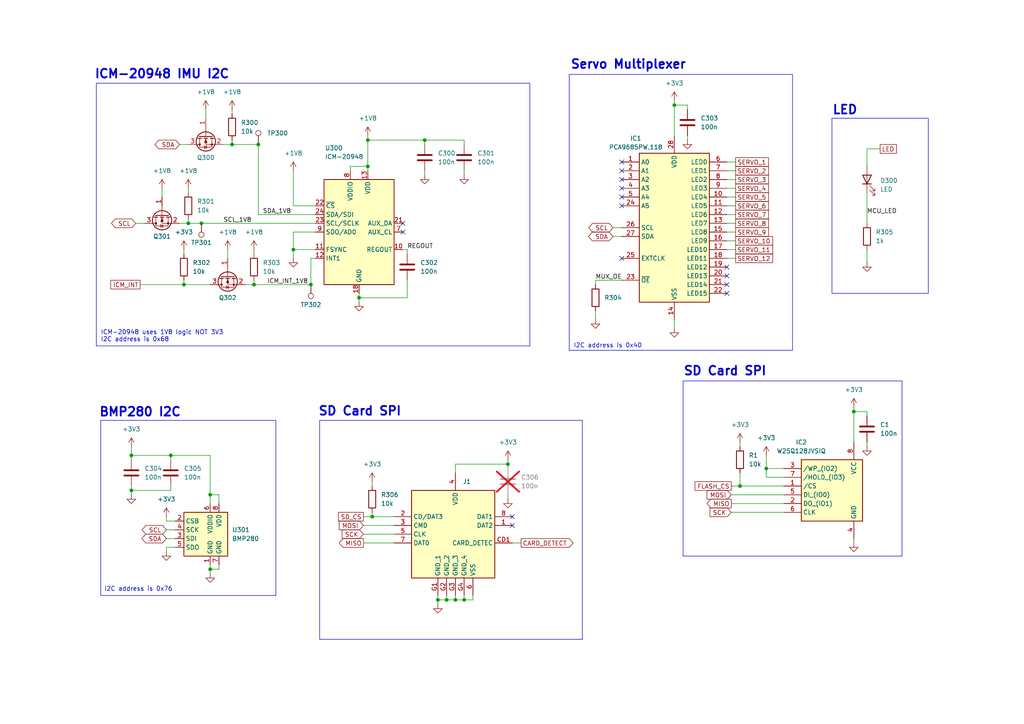
<source format=kicad_sch>
(kicad_sch (version 20250114) (generator "eeschema") (generator_version "9.0")
  (paper "A4")
  (title_block (title "Digital Peripherals") (date "17-05-2025") (rev "0.0.1"))
  (lib_symbols
    (symbol "Connector:TestPoint" (pin_numbers (hide yes)) (pin_names (offset 0.762) (hide yes))
      (property "Reference" "TP" (at 0 6.858 0))
      (property "Value" "TestPoint" (at 0 5.08 0))
      (symbol "TestPoint_0_1"
        (circle (center 0 3.302) (radius 0.762))
      )
      (symbol "TestPoint_1_1"
        (pin passive line (at 0 0 90) (length 2.54) (name "1") (number "1"))
      )
    )
    (symbol "Device:C" (pin_numbers (hide yes)) (pin_names (offset 0.254))
      (property "Reference" "C" (at 0.635 2.54 0))
      (property "Value" "C" (at 0.635 -2.54 0))
      (symbol "C_0_1"
        (polyline (pts (xy -2.032 0.762) (xy 2.032 0.762)) (stroke (width 0.508)))
        (polyline (pts (xy -2.032 -0.762) (xy 2.032 -0.762)) (stroke (width 0.508)))
      )
      (symbol "C_1_1"
        (pin passive line (at 0 3.81 270) (length 2.794) (name "~") (number "1"))
        (pin passive line (at 0 -3.81 90) (length 2.794) (name "~") (number "2"))
      )
    )
    (symbol "Device:LED" (pin_numbers (hide yes)) (pin_names (offset 1.016) (hide yes))
      (property "Reference" "D" (at 0 2.54 0))
      (property "Value" "LED" (at 0 -2.54 0))
      (symbol "LED_0_1"
        (polyline (pts (xy -3.048 -0.762) (xy -4.572 -2.286) (xy -3.81 -2.286) (xy -4.572 -2.286) (xy -4.572 -1.524)))
        (polyline (pts (xy -1.778 -0.762) (xy -3.302 -2.286) (xy -2.54 -2.286) (xy -3.302 -2.286) (xy -3.302 -1.524)))
        (polyline (pts (xy -1.27 0) (xy 1.27 0)))
        (polyline (pts (xy -1.27 -1.27) (xy -1.27 1.27)) (stroke (width 0.254)))
        (polyline (pts (xy 1.27 -1.27) (xy 1.27 1.27) (xy -1.27 0) (xy 1.27 -1.27)) (stroke (width 0.254)))
      )
      (symbol "LED_1_1"
        (pin passive line (at -3.81 0 0) (length 2.54) (name "K") (number "1"))
        (pin passive line (at 3.81 0 180) (length 2.54) (name "A") (number "2"))
      )
    )
    (symbol "Device:R" (pin_numbers (hide yes)) (pin_names (offset 0))
      (property "Reference" "R" (at 2.032 0 90))
      (property "Value" "R" (at 0 0 90))
      (symbol "R_0_1"
        (rectangle (start -1.016 -2.54) (end 1.016 2.54) (stroke (width 0.254)))
      )
      (symbol "R_1_1"
        (pin passive line (at 0 3.81 270) (length 1.27) (name "~") (number "1"))
        (pin passive line (at 0 -3.81 90) (length 1.27) (name "~") (number "2"))
      )
    )
    (symbol "PCA9685PW_118:PCA9685PW,118"
      (property "Reference" "IC" (at 26.67 7.62 0))
      (property "Value" "PCA9685PW,118" (at 26.67 5.08 0))
      (symbol "PCA9685PW,118_1_1"
        (rectangle (start 5.08 2.54) (end 25.4 -40.64) (stroke (width 0.254)) (fill (type background)))
        (pin passive line (at 0 0 0) (length 5.08) (name "A0") (number "1"))
        (pin passive line (at 0 -2.54 0) (length 5.08) (name "A1") (number "2"))
        (pin passive line (at 0 -5.08 0) (length 5.08) (name "A2") (number "3"))
        (pin passive line (at 0 -7.62 0) (length 5.08) (name "A3") (number "4"))
        (pin passive line (at 0 -10.16 0) (length 5.08) (name "A4") (number "5"))
        (pin passive line (at 0 -12.7 0) (length 5.08) (name "A5") (number "24"))
        (pin passive line (at 0 -19.05 0) (length 5.08) (name "SCL") (number "26"))
        (pin passive line (at 0 -21.59 0) (length 5.08) (name "SDA") (number "27"))
        (pin passive line (at 0 -27.94 0) (length 5.08) (name "EXTCLK") (number "25"))
        (pin passive line (at 0 -34.29 0) (length 5.08) (name "~{OE}") (number "23"))
        (pin passive line (at 15.24 7.62 270) (length 5.08) (name "VDD") (number "28"))
        (pin passive line (at 15.24 -45.72 90) (length 5.08) (name "VSS") (number "14"))
        (pin passive line (at 30.48 0 180) (length 5.08) (name "LED0") (number "6"))
        (pin passive line (at 30.48 -2.54 180) (length 5.08) (name "LED1") (number "7"))
        (pin passive line (at 30.48 -5.08 180) (length 5.08) (name "LED2") (number "8"))
        (pin passive line (at 30.48 -7.62 180) (length 5.08) (name "LED3") (number "9"))
        (pin passive line (at 30.48 -10.16 180) (length 5.08) (name "LED4") (number "10"))
        (pin passive line (at 30.48 -12.7 180) (length 5.08) (name "LED5") (number "11"))
        (pin passive line (at 30.48 -15.24 180) (length 5.08) (name "LED6") (number "12"))
        (pin passive line (at 30.48 -17.78 180) (length 5.08) (name "LED7") (number "13"))
        (pin passive line (at 30.48 -20.32 180) (length 5.08) (name "LED8") (number "15"))
        (pin passive line (at 30.48 -22.86 180) (length 5.08) (name "LED9") (number "16"))
        (pin passive line (at 30.48 -25.4 180) (length 5.08) (name "LED10") (number "17"))
        (pin passive line (at 30.48 -27.94 180) (length 5.08) (name "LED11") (number "18"))
        (pin passive line (at 30.48 -30.48 180) (length 5.08) (name "LED12") (number "19"))
        (pin passive line (at 30.48 -33.02 180) (length 5.08) (name "LED13") (number "20"))
        (pin passive line (at 30.48 -35.56 180) (length 5.08) (name "LED14") (number "21"))
        (pin passive line (at 30.48 -38.1 180) (length 5.08) (name "LED15") (number "22"))
      )
    )
    (symbol "Sensor_Motion:ICM-20948"
      (property "Reference" "U11" (at 3.81 21.844 0))
      (property "Value" "ICM-20948" (at 3.81 19.304 0))
      (symbol "ICM-20948_0_1"
        (rectangle (start -10.16 15.24) (end 10.16 -15.24) (stroke (width 0.254)) (fill (type background)))
      )
      (symbol "ICM-20948_1_1"
        (pin input line (at -12.7 7.62 0) (length 2.54) (name "~{CS}") (number "22"))
        (pin bidirectional line (at -12.7 5.08 0) (length 2.54) (name "SDA/SDI") (number "24"))
        (pin input line (at -12.7 2.54 0) (length 2.54) (name "SCL/SCLK") (number "23"))
        (pin bidirectional line (at -12.7 0 0) (length 2.54) (name "SDO/AD0") (number "9"))
        (pin input line (at -12.7 -5.08 0) (length 2.54) (name "FSYNC") (number "11"))
        (pin output line (at -12.7 -7.62 0) (length 2.54) (name "INT1") (number "12"))
        (pin no_connect line (at -10.16 12.7 0) (length 2.54) (hide yes) (name "NC") (number "1"))
        (pin no_connect line (at -10.16 10.16 0) (length 2.54) (hide yes) (name "NC") (number "2"))
        (pin no_connect line (at -10.16 -2.54 0) (length 2.54) (hide yes) (name "NC") (number "3"))
        (pin no_connect line (at -10.16 -10.16 0) (length 2.54) (hide yes) (name "NC") (number "4"))
        (pin no_connect line (at -10.16 -12.7 0) (length 2.54) (hide yes) (name "NC") (number "5"))
        (pin power_in line (at -2.54 17.78 270) (length 2.54) (name "VDDIO") (number "8"))
        (pin power_in line (at 0 -17.78 90) (length 2.54) (name "GND") (number "18"))
        (pin passive line (at 0 -17.78 90) (length 2.54) (hide yes) (name "GND") (number "20"))
        (pin power_in line (at 2.54 17.78 270) (length 2.54) (name "VDD") (number "13"))
        (pin no_connect line (at 10.16 10.16 180) (length 2.54) (hide yes) (name "NC") (number "6"))
        (pin no_connect line (at 10.16 7.62 180) (length 2.54) (hide yes) (name "NC") (number "14"))
        (pin no_connect line (at 10.16 5.08 180) (length 2.54) (hide yes) (name "NC") (number "15"))
        (pin no_connect line (at 10.16 -7.62 180) (length 2.54) (hide yes) (name "NC") (number "16"))
        (pin no_connect line (at 10.16 -10.16 180) (length 2.54) (hide yes) (name "NC") (number "17"))
        (pin no_connect line (at 10.16 -12.7 180) (length 2.54) (hide yes) (name "RESV") (number "19"))
        (pin bidirectional line (at 12.7 2.54 180) (length 2.54) (name "AUX_DA") (number "21"))
        (pin output line (at 12.7 0 180) (length 2.54) (name "AUX_CL") (number "7"))
        (pin passive line (at 12.7 -5.08 180) (length 2.54) (name "REGOUT") (number "10"))
      )
    )
    (symbol "Sensor_Pressure:BMP280"
      (property "Reference" "U301" (at 6.35 2.5401 0))
      (property "Value" "BMP280" (at 6.35 0.0001 0))
      (symbol "BMP280_0_1"
        (rectangle (start -7.62 -5.08) (end 5.08 7.62) (stroke (width 0.254)) (fill (type background)))
      )
      (symbol "BMP280_1_1"
        (pin input line (at -10.16 5.08 0) (length 2.54) (name "CSB") (number "2"))
        (pin input line (at -10.16 2.54 0) (length 2.54) (name "SCK") (number "4"))
        (pin bidirectional line (at -10.16 0 0) (length 2.54) (name "SDI") (number "3"))
        (pin bidirectional line (at -10.16 -2.54 0) (length 2.54) (name "SDO") (number "5"))
        (pin power_in line (at 0 10.16 270) (length 2.54) (name "VDDIO") (number "6"))
        (pin power_in line (at 0 -7.62 90) (length 2.54) (name "GND") (number "1"))
        (pin power_in line (at 2.54 10.16 270) (length 2.54) (name "VDD") (number "8"))
        (pin power_in line (at 2.54 -7.62 90) (length 2.54) (name "GND") (number "7"))
      )
    )
    (symbol "TF-CARD_H1_8:TF-CARD_H1.8"
      (property "Reference" "J300" (at 7.366 9.652 0))
      (symbol "TF-CARD_H1.8_1_1"
        (rectangle (start 5.08 7.62) (end 29.21 -17.78) (stroke (width 0.254)) (fill (type background)))
        (pin passive line (at 0 0 0) (length 5.08) (name "CD/DAT3") (number "2"))
        (pin passive line (at 0 -2.54 0) (length 5.08) (name "CMD") (number "3"))
        (pin passive line (at 0 -5.08 0) (length 5.08) (name "CLK") (number "5"))
        (pin passive line (at 0 -7.62 0) (length 5.08) (name "DAT0") (number "7"))
        (pin passive line (at 12.7 -22.86 90) (length 5.08) (name "GND_1") (number "G1"))
        (pin passive line (at 15.24 -22.86 90) (length 5.08) (name "GND_2") (number "G2"))
        (pin passive line (at 17.78 12.7 270) (length 5.08) (name "VDD") (number "4"))
        (pin passive line (at 17.78 -22.86 90) (length 5.08) (name "GND_3") (number "G3"))
        (pin passive line (at 20.32 -22.86 90) (length 5.08) (name "GND_4") (number "G4"))
        (pin passive line (at 22.86 -22.86 90) (length 5.08) (name "VSS") (number "6"))
        (pin passive line (at 34.29 0 180) (length 5.08) (name "DAT1") (number "8"))
        (pin passive line (at 34.29 -2.54 180) (length 5.08) (name "DAT2") (number "1"))
        (pin passive line (at 34.29 -7.62 180) (length 5.08) (name "CARD_DETEC") (number "CD1"))
      )
    )
    (symbol "Transistor_FET:BSS138" (pin_names (hide yes))
      (property "Reference" "Q" (at 5.08 1.905 0))
      (property "Value" "BSS138" (at 5.08 0 0))
      (symbol "BSS138_0_1"
        (polyline (pts (xy 0.254 1.905) (xy 0.254 -1.905)) (stroke (width 0.254)))
        (polyline (pts (xy 0.254 0) (xy -2.54 0)))
        (polyline (pts (xy 0.762 2.286) (xy 0.762 1.27)) (stroke (width 0.254)))
        (polyline (pts (xy 0.762 0.508) (xy 0.762 -0.508)) (stroke (width 0.254)))
        (polyline (pts (xy 0.762 -1.27) (xy 0.762 -2.286)) (stroke (width 0.254)))
        (polyline (pts (xy 0.762 -1.778) (xy 3.302 -1.778) (xy 3.302 1.778) (xy 0.762 1.778)))
        (polyline (pts (xy 1.016 0) (xy 2.032 0.381) (xy 2.032 -0.381) (xy 1.016 0)) (fill (type outline)))
        (circle (center 1.651 0) (radius 2.794) (stroke (width 0.254)))
        (polyline (pts (xy 2.54 2.54) (xy 2.54 1.778)))
        (circle (center 2.54 1.778) (radius 0.254) (fill (type outline)))
        (circle (center 2.54 -1.778) (radius 0.254) (fill (type outline)))
        (polyline (pts (xy 2.54 -2.54) (xy 2.54 0) (xy 0.762 0)))
        (polyline (pts (xy 2.794 0.508) (xy 2.921 0.381) (xy 3.683 0.381) (xy 3.81 0.254)))
        (polyline (pts (xy 3.302 0.381) (xy 2.921 -0.254) (xy 3.683 -0.254) (xy 3.302 0.381)))
      )
      (symbol "BSS138_1_1"
        (pin input line (at -5.08 0 0) (length 2.54) (name "G") (number "1"))
        (pin passive line (at 2.54 5.08 270) (length 2.54) (name "D") (number "3"))
        (pin passive line (at 2.54 -5.08 90) (length 2.54) (name "S") (number "2"))
      )
    )
    (symbol "W25Q128JVSIQ:W25Q128JVSIQ"
      (property "Reference" "IC" (at 2.54 7.62 0))
      (property "Value" "W25Q128JVSIQ" (at 2.54 5.08 0))
      (symbol "W25Q128JVSIQ_1_1"
        (rectangle (start 5.08 2.54) (end 22.86 -15.24) (stroke (width 0.254)) (fill (type background)))
        (pin passive line (at 0 0 0) (length 5.08) (name "/WP_(IO2)") (number "3"))
        (pin passive line (at 0 -2.54 0) (length 5.08) (name "/HOLD_(IO3)") (number "7"))
        (pin passive line (at 0 -5.08 0) (length 5.08) (name "/CS") (number "1"))
        (pin passive line (at 0 -7.62 0) (length 5.08) (name "DI_(IO0)") (number "5"))
        (pin passive line (at 0 -10.16 0) (length 5.08) (name "DO_(IO1)") (number "2"))
        (pin passive line (at 0 -12.7 0) (length 5.08) (name "CLK") (number "6"))
        (pin passive line (at 20.32 7.62 270) (length 5.08) (name "VCC") (number "8"))
        (pin passive line (at 20.32 -20.32 90) (length 5.08) (name "GND") (number "4"))
      )
    )
    (symbol "power:+1V8" (power) (pin_numbers (hide yes)) (pin_names (offset 0) (hide yes))
      (property "Value" "+1V8" (at 0 3.556 0))
      (symbol "+1V8_0_1"
        (polyline (pts (xy -0.762 1.27) (xy 0 2.54)))
        (polyline (pts (xy 0 2.54) (xy 0.762 1.27)))
        (polyline (pts (xy 0 0) (xy 0 2.54)))
      )
      (symbol "+1V8_1_1"
        (pin power_in line (at 0 0 90) (length 0) (name "~") (number "1"))
      )
    )
    (symbol "power:+3V3" (power) (pin_numbers (hide yes)) (pin_names (offset 0) (hide yes))
      (property "Value" "+3V3" (at 0 3.556 0))
      (symbol "+3V3_0_1"
        (polyline (pts (xy -0.762 1.27) (xy 0 2.54)))
        (polyline (pts (xy 0 2.54) (xy 0.762 1.27)))
        (polyline (pts (xy 0 0) (xy 0 2.54)))
      )
      (symbol "+3V3_1_1"
        (pin power_in line (at 0 0 90) (length 0) (name "~") (number "1"))
      )
    )
    (symbol "power:GND" (power) (pin_numbers (hide yes)) (pin_names (offset 0) (hide yes))
      (property "Value" "GND" (at 0 -3.81 0))
      (symbol "GND_0_1"
        (polyline (pts (xy 0 0) (xy 0 -1.27) (xy 1.27 -1.27) (xy 0 -2.54) (xy -1.27 -1.27) (xy 0 -1.27)))
      )
      (symbol "GND_1_1"
        (pin power_in line (at 0 0 270) (length 0) (name "~") (number "1"))
      )
    )
  )
  (rectangle (start 92.71 121.92) (end 168.91 185.42))
  (rectangle (start 29.21 121.92) (end 80.01 172.72))
  (rectangle (start 198.12 110.49) (end 261.62 161.29))
  (rectangle (start 27.94 24.13) (end 153.67 100.33))
  (rectangle (start 165.1 21.59) (end 229.87 101.6))
  (rectangle (start 241.3 34.29) (end 269.24 85.09))
  (text "SD Card SPI" (at 198.12 109.22 0) (effects (font (size 2.54 2.54) (thickness 0.508) (bold yes)) (justify left bottom)))
  (text "I2C address is 0x40" (at 166.37 100.33 0) (effects (font (size 1.27 1.27)) (justify left)))
  (text "I2C address is 0x76" (at 30.226 170.942 0) (effects (font (size 1.27 1.27)) (justify left)))
  (text "BMP280 I2C\n" (at 40.64 119.634 0) (effects (font (size 2.54 2.54) (thickness 0.508) (bold yes))))
  (text "SD Card SPI" (at 104.394 119.38 0) (effects (font (size 2.54 2.54) (thickness 0.508) (bold yes))))
  (text "ICM-20948 IMU I2C" (at 46.99 21.59 0) (effects (font (size 2.54 2.54) (thickness 0.508) (bold yes))))
  (text "Servo Multiplexer\n" (at 165.354 18.796 0) (effects (font (size 2.54 2.54) (thickness 0.508) (bold yes)) (justify left)))
  (text "ICM-20948 uses 1V8 logic NOT 3V3\nI2C address is 0x68" (at 29.21 97.536 0) (effects (font (size 1.27 1.27) (thickness 0.1588)) (justify left)))
  (text "LED" (at 241.3 32.004 0) (effects (font (size 2.54 2.54) (thickness 0.508) (bold yes)) (justify left)))
  (junction (at 195.58 30.48))
  (junction (at 127 173.99))
  (junction (at 123.19 40.64))
  (junction (at 222.25 135.89))
  (junction (at 53.34 82.55))
  (junction (at 38.1 142.24))
  (junction (at 85.09 72.39))
  (junction (at 58.42 64.77))
  (junction (at 104.14 86.36))
  (junction (at 106.68 40.64))
  (junction (at 107.95 149.86))
  (junction (at 73.66 82.55))
  (junction (at 49.53 132.08))
  (junction (at 106.68 48.26))
  (junction (at 147.32 134.62))
  (junction (at 129.54 173.99))
  (junction (at 247.65 119.38))
  (junction (at 38.1 132.08))
  (junction (at 67.31 41.91))
  (junction (at 74.93 41.91))
  (junction (at 214.63 140.97))
  (junction (at 132.08 173.99))
  (junction (at 134.62 173.99))
  (junction (at 60.96 143.51))
  (junction (at 54.61 64.77))
  (junction (at 60.96 165.1))
  (junction (at 90.17 82.55))
  (no_connect (at 210.82 77.47))
  (no_connect (at 210.82 85.09))
  (no_connect (at 180.34 54.61))
  (no_connect (at 180.34 57.15))
  (no_connect (at 180.34 49.53))
  (no_connect (at 180.34 52.07))
  (no_connect (at 148.59 149.86))
  (no_connect (at 180.34 46.99))
  (no_connect (at 210.82 82.55))
  (no_connect (at 210.82 80.01))
  (no_connect (at 148.59 152.4))
  (no_connect (at 116.84 67.31))
  (no_connect (at 116.84 64.77))
  (no_connect (at 180.34 59.69))
  (no_connect (at 180.34 74.93))
  (wire (pts (xy 63.5 143.51) (xy 63.5 146.05)))
  (wire (pts (xy 91.44 59.69) (xy 85.09 59.69)))
  (wire (pts (xy 39.37 64.77) (xy 41.91 64.77)))
  (wire (pts (xy 48.26 158.75) (xy 50.8 158.75)))
  (wire (pts (xy 177.8 68.58) (xy 180.34 68.58)))
  (wire (pts (xy 38.1 129.54) (xy 38.1 132.08)))
  (wire (pts (xy 48.26 151.13) (xy 48.26 149.86)))
  (wire (pts (xy 212.09 148.59) (xy 227.33 148.59)))
  (wire (pts (xy 127 173.99) (xy 129.54 173.99)))
  (wire (pts (xy 73.66 72.39) (xy 73.66 73.66)))
  (wire (pts (xy 247.65 119.38) (xy 247.65 128.27)))
  (wire (pts (xy 132.08 173.99) (xy 134.62 173.99)))
  (wire (pts (xy 38.1 132.08) (xy 49.53 132.08)))
  (wire (pts (xy 147.32 134.62) (xy 147.32 135.89)))
  (wire (pts (xy 222.25 138.43) (xy 222.25 135.89)))
  (wire (pts (xy 85.09 74.93) (xy 85.09 72.39)))
  (wire (pts (xy 101.6 48.26) (xy 101.6 49.53)))
  (wire (pts (xy 172.72 82.55) (xy 172.72 81.28)))
  (wire (pts (xy 210.82 59.69) (xy 213.36 59.69)))
  (wire (pts (xy 50.8 151.13) (xy 48.26 151.13)))
  (wire (pts (xy 67.31 31.75) (xy 67.31 33.02)))
  (wire (pts (xy 38.1 142.24) (xy 49.53 142.24)))
  (wire (pts (xy 106.68 40.64) (xy 106.68 48.26)))
  (wire (pts (xy 137.16 173.99) (xy 137.16 172.72)))
  (wire (pts (xy 74.93 62.23) (xy 91.44 62.23)))
  (wire (pts (xy 199.39 39.37) (xy 199.39 40.64)))
  (wire (pts (xy 118.11 72.39) (xy 116.84 72.39)))
  (wire (pts (xy 118.11 81.28) (xy 118.11 86.36)))
  (wire (pts (xy 251.46 119.38) (xy 251.46 120.65)))
  (wire (pts (xy 123.19 40.64) (xy 134.62 40.64)))
  (wire (pts (xy 105.41 152.4) (xy 114.3 152.4)))
  (wire (pts (xy 73.66 82.55) (xy 90.17 82.55)))
  (wire (pts (xy 53.34 82.55) (xy 60.96 82.55)))
  (wire (pts (xy 38.1 140.97) (xy 38.1 142.24)))
  (wire (pts (xy 210.82 64.77) (xy 213.36 64.77)))
  (wire (pts (xy 210.82 72.39) (xy 213.36 72.39)))
  (wire (pts (xy 48.26 156.21) (xy 50.8 156.21)))
  (wire (pts (xy 134.62 173.99) (xy 137.16 173.99)))
  (wire (pts (xy 63.5 165.1) (xy 63.5 163.83)))
  (wire (pts (xy 104.14 85.09) (xy 104.14 86.36)))
  (wire (pts (xy 67.31 40.64) (xy 67.31 41.91)))
  (wire (pts (xy 251.46 128.27) (xy 251.46 129.54)))
  (wire (pts (xy 105.41 157.48) (xy 114.3 157.48)))
  (wire (pts (xy 247.65 118.11) (xy 247.65 119.38)))
  (wire (pts (xy 48.26 153.67) (xy 50.8 153.67)))
  (wire (pts (xy 195.58 30.48) (xy 199.39 30.48)))
  (wire (pts (xy 212.09 146.05) (xy 227.33 146.05)))
  (wire (pts (xy 54.61 54.61) (xy 54.61 55.88)))
  (wire (pts (xy 251.46 43.18) (xy 255.27 43.18)))
  (wire (pts (xy 247.65 119.38) (xy 251.46 119.38)))
  (wire (pts (xy 132.08 134.62) (xy 147.32 134.62)))
  (wire (pts (xy 38.1 142.24) (xy 38.1 143.51)))
  (wire (pts (xy 210.82 62.23) (xy 213.36 62.23)))
  (wire (pts (xy 251.46 43.18) (xy 251.46 48.26)))
  (wire (pts (xy 227.33 138.43) (xy 222.25 138.43)))
  (wire (pts (xy 123.19 49.53) (xy 123.19 50.8)))
  (wire (pts (xy 60.96 165.1) (xy 63.5 165.1)))
  (wire (pts (xy 85.09 67.31) (xy 91.44 67.31)))
  (wire (pts (xy 134.62 172.72) (xy 134.62 173.99)))
  (wire (pts (xy 251.46 72.39) (xy 251.46 76.2)))
  (wire (pts (xy 54.61 63.5) (xy 54.61 64.77)))
  (wire (pts (xy 195.58 92.71) (xy 195.58 95.25)))
  (wire (pts (xy 222.25 132.08) (xy 222.25 135.89)))
  (wire (pts (xy 49.53 132.08) (xy 60.96 132.08)))
  (wire (pts (xy 134.62 40.64) (xy 134.62 41.91)))
  (wire (pts (xy 107.95 148.59) (xy 107.95 149.86)))
  (wire (pts (xy 66.04 72.39) (xy 66.04 74.93)))
  (wire (pts (xy 60.96 132.08) (xy 60.96 143.51)))
  (wire (pts (xy 74.93 41.91) (xy 74.93 62.23)))
  (wire (pts (xy 58.42 64.77) (xy 91.44 64.77)))
  (wire (pts (xy 106.68 48.26) (xy 106.68 49.53)))
  (wire (pts (xy 177.8 66.04) (xy 180.34 66.04)))
  (wire (pts (xy 210.82 57.15) (xy 213.36 57.15)))
  (wire (pts (xy 199.39 30.48) (xy 199.39 31.75)))
  (wire (pts (xy 107.95 139.7) (xy 107.95 140.97)))
  (wire (pts (xy 214.63 137.16) (xy 214.63 140.97)))
  (wire (pts (xy 132.08 134.62) (xy 132.08 137.16)))
  (wire (pts (xy 147.32 143.51) (xy 147.32 144.78)))
  (wire (pts (xy 49.53 142.24) (xy 49.53 140.97)))
  (wire (pts (xy 60.96 143.51) (xy 63.5 143.51)))
  (wire (pts (xy 129.54 173.99) (xy 132.08 173.99)))
  (wire (pts (xy 214.63 128.27) (xy 214.63 129.54)))
  (wire (pts (xy 90.17 74.93) (xy 91.44 74.93)))
  (wire (pts (xy 71.12 82.55) (xy 73.66 82.55)))
  (wire (pts (xy 48.26 160.02) (xy 48.26 158.75)))
  (wire (pts (xy 60.96 143.51) (xy 60.96 146.05)))
  (wire (pts (xy 118.11 86.36) (xy 104.14 86.36)))
  (wire (pts (xy 210.82 46.99) (xy 213.36 46.99)))
  (wire (pts (xy 172.72 81.28) (xy 180.34 81.28)))
  (wire (pts (xy 106.68 39.37) (xy 106.68 40.64)))
  (wire (pts (xy 134.62 49.53) (xy 134.62 50.8)))
  (wire (pts (xy 123.19 40.64) (xy 123.19 41.91)))
  (wire (pts (xy 59.69 31.75) (xy 59.69 34.29)))
  (wire (pts (xy 127 173.99) (xy 127 175.26)))
  (wire (pts (xy 40.64 82.55) (xy 53.34 82.55)))
  (wire (pts (xy 60.96 165.1) (xy 60.96 166.37)))
  (wire (pts (xy 210.82 74.93) (xy 213.36 74.93)))
  (wire (pts (xy 195.58 30.48) (xy 195.58 39.37)))
  (wire (pts (xy 247.65 157.48) (xy 247.65 156.21)))
  (wire (pts (xy 214.63 140.97) (xy 227.33 140.97)))
  (wire (pts (xy 212.09 140.97) (xy 214.63 140.97)))
  (wire (pts (xy 251.46 55.88) (xy 251.46 64.77)))
  (wire (pts (xy 106.68 40.64) (xy 123.19 40.64)))
  (wire (pts (xy 210.82 67.31) (xy 213.36 67.31)))
  (wire (pts (xy 38.1 132.08) (xy 38.1 133.35)))
  (wire (pts (xy 67.31 41.91) (xy 74.93 41.91)))
  (wire (pts (xy 210.82 49.53) (xy 213.36 49.53)))
  (wire (pts (xy 212.09 143.51) (xy 227.33 143.51)))
  (wire (pts (xy 53.34 81.28) (xy 53.34 82.55)))
  (wire (pts (xy 53.34 72.39) (xy 53.34 73.66)))
  (wire (pts (xy 85.09 72.39) (xy 91.44 72.39)))
  (wire (pts (xy 210.82 52.07) (xy 213.36 52.07)))
  (wire (pts (xy 172.72 90.17) (xy 172.72 92.71)))
  (wire (pts (xy 107.95 149.86) (xy 114.3 149.86)))
  (wire (pts (xy 54.61 64.77) (xy 58.42 64.77)))
  (wire (pts (xy 118.11 73.66) (xy 118.11 72.39)))
  (wire (pts (xy 52.07 41.91) (xy 54.61 41.91)))
  (wire (pts (xy 147.32 133.35) (xy 147.32 134.62)))
  (wire (pts (xy 210.82 69.85) (xy 213.36 69.85)))
  (wire (pts (xy 104.14 86.36) (xy 104.14 87.63)))
  (wire (pts (xy 46.99 54.61) (xy 46.99 57.15)))
  (wire (pts (xy 52.07 64.77) (xy 54.61 64.77)))
  (wire (pts (xy 85.09 67.31) (xy 85.09 72.39)))
  (wire (pts (xy 85.09 49.53) (xy 85.09 59.69)))
  (wire (pts (xy 105.41 154.94) (xy 114.3 154.94)))
  (wire (pts (xy 105.41 149.86) (xy 107.95 149.86)))
  (wire (pts (xy 129.54 172.72) (xy 129.54 173.99)))
  (wire (pts (xy 132.08 172.72) (xy 132.08 173.99)))
  (wire (pts (xy 60.96 163.83) (xy 60.96 165.1)))
  (wire (pts (xy 49.53 132.08) (xy 49.53 133.35)))
  (wire (pts (xy 210.82 54.61) (xy 213.36 54.61)))
  (wire (pts (xy 73.66 81.28) (xy 73.66 82.55)))
  (wire (pts (xy 127 172.72) (xy 127 173.99)))
  (wire (pts (xy 90.17 82.55) (xy 90.17 74.93)))
  (wire (pts (xy 195.58 29.21) (xy 195.58 30.48)))
  (wire (pts (xy 151.13 157.48) (xy 148.59 157.48)))
  (wire (pts (xy 222.25 135.89) (xy 227.33 135.89)))
  (wire (pts (xy 64.77 41.91) (xy 67.31 41.91)))
  (wire (pts (xy 106.68 48.26) (xy 101.6 48.26)))
  (label "SCL_1V8" (at 64.77 64.77 0))
  (label "SDA_1V8" (at 76.2 62.23 0))
  (label "MCU_LED" (at 251.46 62.23 0))
  (label "REGOUT" (at 118.11 72.39 0))
  (label "ICM_INT_1V8" (at 77.47 82.55 0))
  (label "MUX_OE" (at 172.72 81.28 0))
  (global_label "LED" (shape passive) (at 255.27 43.18 0) (property "Intersheetrefs" "${INTERSHEET_REFS}" (effects (hide yes))))
  (global_label "SCK" (shape input) (at 212.09 148.59 180) (property "Intersheetrefs" "${INTERSHEET_REFS}" (effects (hide yes))))
  (global_label "SERVO_9" (shape passive) (at 213.36 67.31 0) (property "Intersheetrefs" "${INTERSHEET_REFS}" (effects (hide yes))))
  (global_label "MOSI" (shape input) (at 105.41 152.4 180) (property "Intersheetrefs" "${INTERSHEET_REFS}" (effects (hide yes))))
  (global_label "MISO" (shape output) (at 212.09 146.05 180) (property "Intersheetrefs" "${INTERSHEET_REFS}" (effects (hide yes))))
  (global_label "SERVO_10" (shape passive) (at 213.36 69.85 0) (property "Intersheetrefs" "${INTERSHEET_REFS}" (effects (hide yes))))
  (global_label "MOSI" (shape input) (at 212.09 143.51 180) (property "Intersheetrefs" "${INTERSHEET_REFS}" (effects (hide yes))))
  (global_label "SCL" (shape bidirectional) (at 48.26 153.67 180) (property "Intersheetrefs" "${INTERSHEET_REFS}" (effects (hide yes))))
  (global_label "SERVO_12" (shape passive) (at 213.36 74.93 0) (property "Intersheetrefs" "${INTERSHEET_REFS}" (effects (hide yes))))
  (global_label "SERVO_6" (shape passive) (at 213.36 59.69 0) (property "Intersheetrefs" "${INTERSHEET_REFS}" (effects (hide yes))))
  (global_label "SERVO_1" (shape passive) (at 213.36 46.99 0) (property "Intersheetrefs" "${INTERSHEET_REFS}" (effects (hide yes))))
  (global_label "SERVO_7" (shape passive) (at 213.36 62.23 0) (property "Intersheetrefs" "${INTERSHEET_REFS}" (effects (hide yes))))
  (global_label "SERVO_2" (shape passive) (at 213.36 49.53 0) (property "Intersheetrefs" "${INTERSHEET_REFS}" (effects (hide yes))))
  (global_label "SDA" (shape bidirectional) (at 48.26 156.21 180) (property "Intersheetrefs" "${INTERSHEET_REFS}" (effects (hide yes))))
  (global_label "SD_CS" (shape passive) (at 105.41 149.86 180) (property "Intersheetrefs" "${INTERSHEET_REFS}" (effects (hide yes))))
  (global_label "CARD_DETECT" (shape output) (at 151.13 157.48 0) (property "Intersheetrefs" "${INTERSHEET_REFS}" (effects (hide yes))))
  (global_label "ICM_INT" (shape passive) (at 40.64 82.55 180) (property "Intersheetrefs" "${INTERSHEET_REFS}" (effects (hide yes))))
  (global_label "SCL" (shape bidirectional) (at 39.37 64.77 180) (property "Intersheetrefs" "${INTERSHEET_REFS}" (effects (hide yes))))
  (global_label "SCK" (shape input) (at 105.41 154.94 180) (property "Intersheetrefs" "${INTERSHEET_REFS}" (effects (hide yes))))
  (global_label "SERVO_5" (shape passive) (at 213.36 57.15 0) (property "Intersheetrefs" "${INTERSHEET_REFS}" (effects (hide yes))))
  (global_label "MISO" (shape output) (at 105.41 157.48 180) (property "Intersheetrefs" "${INTERSHEET_REFS}" (effects (hide yes))))
  (global_label "SDA" (shape bidirectional) (at 52.07 41.91 180) (property "Intersheetrefs" "${INTERSHEET_REFS}" (effects (hide yes))))
  (global_label "SCL" (shape bidirectional) (at 177.8 66.04 180) (property "Intersheetrefs" "${INTERSHEET_REFS}" (effects (hide yes))))
  (global_label "FLASH_CS" (shape passive) (at 212.09 140.97 180) (property "Intersheetrefs" "${INTERSHEET_REFS}" (effects (hide yes))))
  (global_label "SERVO_3" (shape passive) (at 213.36 52.07 0) (property "Intersheetrefs" "${INTERSHEET_REFS}" (effects (hide yes))))
  (global_label "SERVO_4" (shape passive) (at 213.36 54.61 0) (property "Intersheetrefs" "${INTERSHEET_REFS}" (effects (hide yes))))
  (global_label "SDA" (shape bidirectional) (at 177.8 68.58 180) (property "Intersheetrefs" "${INTERSHEET_REFS}" (effects (hide yes))))
  (global_label "SERVO_8" (shape passive) (at 213.36 64.77 0) (property "Intersheetrefs" "${INTERSHEET_REFS}" (effects (hide yes))))
  (global_label "SERVO_11" (shape passive) (at 213.36 72.39 0) (property "Intersheetrefs" "${INTERSHEET_REFS}" (effects (hide yes))))
  (symbol (lib_id "power:+3V3") (at 48.26 149.86 0) (unit 1)
    (property "Reference" "#PWR0158" (effects (hide yes)))
    (property "Value" "+3V3" (at 48.26 144.78 0))
    (property "Description" "Power symbol creates a global label with name \"+3V3\"" (effects (hide yes)))
  )
  (symbol (lib_id "Device:R") (at 67.31 36.83 180) (unit 1)
    (property "Reference" "R300" (at 69.85 35.5599 0) (effects (justify right)))
    (property "Value" "10k" (at 69.85 38.0999 0) (effects (justify right)))
    (property "Footprint" "Resistor_SMD:R_0402_1005Metric" (effects (hide yes)))
    (property "Description" "Resistor" (effects (hide yes)))
  )
  (symbol (lib_id "power:+1V8") (at 85.09 49.53 0) (unit 1)
    (property "Reference" "#PWR0176" (effects (hide yes)))
    (property "Value" "+1V8" (at 85.09 44.45 0))
    (property "Description" "Power symbol creates a global label with name \"+1V8\"" (effects (hide yes)))
  )
  (symbol (lib_id "power:GND") (at 127 175.26 0) (unit 1)
    (property "Reference" "#PWR0132" (effects (hide yes)))
    (property "Value" "GND" (effects (hide yes)))
    (property "Description" "Power symbol creates a global label with name \"GND\" , ground" (effects (hide yes)))
  )
  (symbol (lib_id "power:+1V8") (at 59.69 31.75 0) (unit 1)
    (property "Reference" "#PWR0161" (effects (hide yes)))
    (property "Value" "+1V8" (at 59.69 26.67 0))
    (property "Description" "Power symbol creates a global label with name \"+1V8\"" (effects (hide yes)))
  )
  (symbol (lib_id "power:GND") (at 172.72 92.71 0) (unit 1)
    (property "Reference" "#PWR06" (effects (hide yes)))
    (property "Value" "GND" (effects (hide yes)))
    (property "Description" "Power symbol creates a global label with name \"GND\" , ground" (effects (hide yes)))
  )
  (symbol (lib_id "Connector:TestPoint") (at 74.93 41.91 0) (unit 1)
    (property "Reference" "TP300" (at 77.47 38.6079 0) (effects (justify left)))
    (property "Value" "TestPoint" (effects (hide yes)))
    (property "Footprint" "TestPoint:TestPoint_Pad_D1.0mm" (effects (hide yes)))
    (property "Description" "test point" (effects (hide yes)))
  )
  (symbol (lib_id "power:GND") (at 48.26 160.02 0) (unit 1)
    (property "Reference" "#PWR0152" (effects (hide yes)))
    (property "Value" "GND" (effects (hide yes)))
    (property "Description" "Power symbol creates a global label with name \"GND\" , ground" (effects (hide yes)))
  )
  (symbol (lib_id "power:+3V3") (at 195.58 29.21 0) (unit 1)
    (property "Reference" "#PWR09" (effects (hide yes)))
    (property "Value" "+3V3" (at 195.58 24.13 0))
    (property "Description" "Power symbol creates a global label with name \"+3V3\"" (effects (hide yes)))
  )
  (symbol (lib_id "power:+1V8") (at 106.68 39.37 0) (unit 1)
    (property "Reference" "#PWR0159" (effects (hide yes)))
    (property "Value" "+1V8" (at 106.68 34.29 0))
    (property "Description" "Power symbol creates a global label with name \"+1V8\"" (effects (hide yes)))
  )
  (symbol (lib_id "power:+3V3") (at 38.1 129.54 0) (unit 1)
    (property "Reference" "#PWR0150" (effects (hide yes)))
    (property "Value" "+3V3" (at 38.1 124.46 0))
    (property "Description" "Power symbol creates a global label with name \"+3V3\"" (effects (hide yes)))
  )
  (symbol (lib_id "power:GND") (at 247.65 157.48 0) (unit 1)
    (property "Reference" "#PWR053" (effects (hide yes)))
    (property "Value" "GND" (effects (hide yes)))
    (property "Description" "Power symbol creates a global label with name \"GND\" , ground" (effects (hide yes)))
  )
  (symbol (lib_id "power:GND") (at 195.58 95.25 0) (unit 1)
    (property "Reference" "#PWR08" (effects (hide yes)))
    (property "Value" "GND" (effects (hide yes)))
    (property "Description" "Power symbol creates a global label with name \"GND\" , ground" (effects (hide yes)))
  )
  (symbol (lib_id "W25Q128JVSIQ:W25Q128JVSIQ") (at 227.33 135.89 0) (unit 1)
    (property "Reference" "IC2" (at 232.41 128.27 0))
    (property "Value" "W25Q128JVSIQ" (at 232.41 130.81 0))
    (property "Footprint" "SOIC127P790X216-8N" (effects (hide yes)))
    (property "Datasheet" "https://www.winbond.com/hq/search-resource-file.jsp?partNo=W25Q128JVSIQ&type=datasheet" (effects (hide yes)))
    (property "Description" "128M-bit Serial Flash Memory with uniform 4KB sectors and Dual/Quad SPI" (effects (hide yes)))
    (property "Height" "2.16" (effects (hide yes)))
    (property "Manufacturer_Name" "Winbond" (effects (hide yes)))
    (property "Manufacturer_Part_Number" "W25Q128JVSIQ" (effects (hide yes)))
    (property "Mouser Part Number" "454-W25Q128JVSIQ" (effects (hide yes)))
    (property "Mouser Price/Stock" "https://www.mouser.co.uk/ProductDetail/Winbond/W25Q128JVSIQ?qs=qSfuJ%252Bfl%2Fd6tLXvPR4fl9w%3D%3D" (effects (hide yes)))
    (property "Arrow Part Number" "W25Q128JVSIQ" (effects (hide yes)))
    (property "Arrow Price/Stock" "https://www.arrow.com/en/products/w25q128jvsiq/winbond-electronics?utm_currency=USD&region=nac" (effects (hide yes)))
  )
  (symbol (lib_id "power:+3V3") (at 107.95 139.7 0) (unit 1)
    (property "Reference" "#PWR0133" (effects (hide yes)))
    (property "Value" "+3V3" (at 107.95 134.62 0))
    (property "Description" "Power symbol creates a global label with name \"+3V3\"" (effects (hide yes)))
  )
  (symbol (lib_id "Sensor_Pressure:BMP280") (at 60.96 156.21 0) (unit 1)
    (property "Reference" "U301" (at 67.31 153.6699 0) (effects (justify left)))
    (property "Value" "BMP280" (at 67.31 156.2099 0) (effects (justify left)))
    (property "Footprint" "Package_LGA:Bosch_LGA-8_2x2.5mm_P0.65mm_ClockwisePinNumbering" (effects (hide yes)))
    (property "Datasheet" "https://ae-bst.resource.bosch.com/media/_tech/media/datasheets/BST-BMP280-DS001.pdf" (effects (hide yes)))
    (property "Description" "Absolute Barometric Pressure Sensor, LGA-8" (effects (hide yes)))
  )
  (symbol (lib_id "power:GND") (at 251.46 129.54 0) (unit 1)
    (property "Reference" "#PWR055" (effects (hide yes)))
    (property "Value" "GND" (effects (hide yes)))
    (property "Description" "Power symbol creates a global label with name \"GND\" , ground" (effects (hide yes)))
  )
  (symbol (lib_id "Device:C") (at 123.19 45.72 0) (unit 1)
    (property "Reference" "C300" (at 127 44.4499 0) (effects (justify left)))
    (property "Value" "100n" (at 127 46.9899 0) (effects (justify left)))
    (property "Footprint" "Capacitor_SMD:C_0402_1005Metric" (effects (hide yes)))
    (property "Description" "Unpolarized capacitor" (effects (hide yes)))
  )
  (symbol (lib_id "power:+1V8") (at 73.66 72.39 0) (unit 1)
    (property "Reference" "#PWR047" (effects (hide yes)))
    (property "Value" "+1V8" (at 73.66 67.31 0))
    (property "Description" "Power symbol creates a global label with name \"+1V8\"" (effects (hide yes)))
  )
  (symbol (lib_id "power:GND") (at 85.09 74.93 0) (unit 1)
    (property "Reference" "#PWR0155" (effects (hide yes)))
    (property "Value" "GND" (effects (hide yes)))
    (property "Description" "Power symbol creates a global label with name \"GND\" , ground" (effects (hide yes)))
  )
  (symbol (lib_id "Transistor_FET:BSS138") (at 46.99 62.23 90) (mirror x) (unit 1)
    (property "Reference" "Q301" (at 46.99 68.58 90))
    (property "Value" "BSS138" (effects (hide yes)))
    (property "Footprint" "Package_TO_SOT_SMD:SOT-23" (effects (hide yes)))
    (property "Datasheet" "https://www.onsemi.com/pub/Collateral/BSS138-D.PDF" (effects (hide yes)))
    (property "Description" "50V Vds, 0.22A Id, N-Channel MOSFET, SOT-23" (effects (hide yes)))
  )
  (symbol (lib_id "Connector:TestPoint") (at 90.17 82.55 180) (unit 1)
    (property "Reference" "TP302" (at 90.17 88.392 0))
    (property "Value" "TestPoint" (effects (hide yes)))
    (property "Footprint" "TestPoint:TestPoint_Pad_D1.0mm" (effects (hide yes)))
    (property "Description" "test point" (effects (hide yes)))
  )
  (symbol (lib_id "Connector:TestPoint") (at 58.42 64.77 180) (unit 1)
    (property "Reference" "TP301" (at 58.42 70.358 0))
    (property "Value" "TestPoint" (effects (hide yes)))
    (property "Footprint" "TestPoint:TestPoint_Pad_D1.0mm" (effects (hide yes)))
    (property "Description" "test point" (effects (hide yes)))
  )
  (symbol (lib_id "Sensor_Motion:ICM-20948") (at 104.14 67.31 0) (unit 1)
    (property "Reference" "U300" (at 94.234 42.926 0) (effects (justify left)))
    (property "Value" "ICM-20948" (at 94.234 45.466 0) (effects (justify left)))
    (property "Footprint" "Sensor_Motion:InvenSense_QFN-24_3x3mm_P0.4mm" (effects (hide yes)))
    (property "Datasheet" "http://www.invensense.com/wp-content/uploads/2016/06/DS-000189-ICM-20948-v1.3.pdf" (effects (hide yes)))
    (property "Description" "InvenSense 9-Axis Motion Sensor, Accelerometer, Gyroscope, Compass, I2C/SPI, QFN-24" (effects (hide yes)))
  )
  (symbol (lib_id "power:GND") (at 38.1 143.51 0) (unit 1)
    (property "Reference" "#PWR0151" (effects (hide yes)))
    (property "Value" "GND" (effects (hide yes)))
    (property "Description" "Power symbol creates a global label with name \"GND\" , ground" (effects (hide yes)))
  )
  (symbol (lib_id "power:+3V3") (at 214.63 128.27 0) (unit 1)
    (property "Reference" "#PWR060" (effects (hide yes)))
    (property "Value" "+3V3" (at 214.63 123.19 0))
    (property "Description" "Power symbol creates a global label with name \"+3V3\"" (effects (hide yes)))
  )
  (symbol (lib_id "Device:C") (at 118.11 77.47 0) (unit 1)
    (property "Reference" "C302" (at 121.92 76.1999 0) (effects (justify left)))
    (property "Value" "100n" (at 121.92 78.7399 0) (effects (justify left)))
    (property "Footprint" "Capacitor_SMD:C_0402_1005Metric" (effects (hide yes)))
    (property "Description" "Unpolarized capacitor" (effects (hide yes)))
  )
  (symbol (lib_id "power:+3V3") (at 147.32 133.35 0) (unit 1)
    (property "Reference" "#PWR0136" (effects (hide yes)))
    (property "Value" "+3V3" (at 147.32 128.27 0))
    (property "Description" "Power symbol creates a global label with name \"+3V3\"" (effects (hide yes)))
  )
  (symbol (lib_id "power:GND") (at 104.14 87.63 0) (unit 1)
    (property "Reference" "#PWR0160" (effects (hide yes)))
    (property "Value" "GND" (effects (hide yes)))
    (property "Description" "Power symbol creates a global label with name \"GND\" , ground" (effects (hide yes)))
  )
  (symbol (lib_id "Device:C") (at 251.46 124.46 0) (unit 1)
    (property "Reference" "C1" (at 255.27 123.1899 0) (effects (justify left)))
    (property "Value" "100n" (at 255.27 125.7299 0) (effects (justify left)))
    (property "Footprint" "Capacitor_SMD:C_0402_1005Metric" (effects (hide yes)))
    (property "Description" "Unpolarized capacitor" (effects (hide yes)))
  )
  (symbol (lib_id "Device:R") (at 73.66 77.47 180) (unit 1)
    (property "Reference" "R303" (at 76.2 76.1999 0) (effects (justify right)))
    (property "Value" "10k" (at 76.2 78.7399 0) (effects (justify right)))
    (property "Footprint" "Resistor_SMD:R_0402_1005Metric" (effects (hide yes)))
    (property "Description" "Resistor" (effects (hide yes)))
  )
  (symbol (lib_id "power:+3V3") (at 247.65 118.11 0) (unit 1)
    (property "Reference" "#PWR054" (effects (hide yes)))
    (property "Value" "+3V3" (at 247.65 113.03 0))
    (property "Description" "Power symbol creates a global label with name \"+3V3\"" (effects (hide yes)))
  )
  (symbol (lib_id "power:GND") (at 199.39 40.64 0) (unit 1)
    (property "Reference" "#PWR016" (effects (hide yes)))
    (property "Value" "GND" (effects (hide yes)))
    (property "Description" "Power symbol creates a global label with name \"GND\" , ground" (effects (hide yes)))
  )
  (symbol (lib_id "Device:C") (at 49.53 137.16 0) (unit 1)
    (property "Reference" "C305" (at 53.34 135.8899 0) (effects (justify left)))
    (property "Value" "100n" (at 53.34 138.4299 0) (effects (justify left)))
    (property "Footprint" "Capacitor_SMD:C_0402_1005Metric" (effects (hide yes)))
    (property "Description" "Unpolarized capacitor" (effects (hide yes)))
  )
  (symbol (lib_id "power:GND") (at 147.32 144.78 0) (unit 1)
    (property "Reference" "#PWR0131" (effects (hide yes)))
    (property "Value" "GND" (effects (hide yes)))
    (property "Description" "Power symbol creates a global label with name \"GND\" , ground" (effects (hide yes)))
  )
  (symbol (lib_id "Device:C") (at 134.62 45.72 0) (unit 1)
    (property "Reference" "C301" (at 138.43 44.4499 0) (effects (justify left)))
    (property "Value" "100n" (at 138.43 46.9899 0) (effects (justify left)))
    (property "Footprint" "Capacitor_SMD:C_0402_1005Metric" (effects (hide yes)))
    (property "Description" "Unpolarized capacitor" (effects (hide yes)))
  )
  (symbol (lib_id "power:GND") (at 60.96 166.37 0) (unit 1)
    (property "Reference" "#PWR0163" (effects (hide yes)))
    (property "Value" "GND" (effects (hide yes)))
    (property "Description" "Power symbol creates a global label with name \"GND\" , ground" (effects (hide yes)))
  )
  (symbol (lib_id "Device:C") (at 147.32 139.7 0) (unit 1) (in_bom no) (dnp yes)
    (property "Reference" "C306" (at 151.13 138.4299 0) (effects (justify left)))
    (property "Value" "100n" (at 151.13 140.9699 0) (effects (justify left)))
    (property "Footprint" "Capacitor_SMD:C_0402_1005Metric" (effects (hide yes)))
    (property "Description" "Unpolarized capacitor" (effects (hide yes)))
  )
  (symbol (lib_id "power:+1V8") (at 54.61 54.61 0) (unit 1)
    (property "Reference" "#PWR0167" (effects (hide yes)))
    (property "Value" "+1V8" (at 54.61 49.53 0))
    (property "Description" "Power symbol creates a global label with name \"+1V8\"" (effects (hide yes)))
  )
  (symbol (lib_id "power:+1V8") (at 46.99 54.61 0) (unit 1)
    (property "Reference" "#PWR0162" (effects (hide yes)))
    (property "Value" "+1V8" (at 46.99 49.53 0))
    (property "Description" "Power symbol creates a global label with name \"+1V8\"" (effects (hide yes)))
  )
  (symbol (lib_id "power:+3V3") (at 222.25 132.08 0) (unit 1)
    (property "Reference" "#PWR059" (effects (hide yes)))
    (property "Value" "+3V3" (at 222.25 127 0))
    (property "Description" "Power symbol creates a global label with name \"+3V3\"" (effects (hide yes)))
  )
  (symbol (lib_id "power:+1V8") (at 53.34 72.39 0) (unit 1)
    (property "Reference" "#PWR048" (effects (hide yes)))
    (property "Value" "+3V3" (at 53.34 67.31 0))
    (property "Description" "Power symbol creates a global label with name \"+1V8\"" (effects (hide yes)))
  )
  (symbol (lib_id "power:GND") (at 123.19 50.8 0) (unit 1)
    (property "Reference" "#PWR0169" (effects (hide yes)))
    (property "Value" "GND" (effects (hide yes)))
    (property "Description" "Power symbol creates a global label with name \"GND\" , ground" (effects (hide yes)))
  )
  (symbol (lib_id "Device:LED") (at 251.46 52.07 90) (unit 1)
    (property "Reference" "D300" (at 255.27 52.3874 90) (effects (justify right)))
    (property "Value" "LED" (at 255.27 54.9274 90) (effects (justify right)))
    (property "Footprint" "LED_SMD:LED_0603_1608Metric" (effects (hide yes)))
    (property "Description" "Light emitting diode" (effects (hide yes)))
    (property "Sim.Pins" "1=K 2=A" (effects (hide yes)))
  )
  (symbol (lib_id "power:+1V8") (at 67.31 31.75 0) (unit 1)
    (property "Reference" "#PWR0168" (effects (hide yes)))
    (property "Value" "+1V8" (at 67.31 26.67 0))
    (property "Description" "Power symbol creates a global label with name \"+1V8\"" (effects (hide yes)))
  )
  (symbol (lib_id "Device:R") (at 54.61 59.69 180) (unit 1)
    (property "Reference" "R301" (at 57.15 58.4199 0) (effects (justify right)))
    (property "Value" "10k" (at 57.15 60.9599 0) (effects (justify right)))
    (property "Footprint" "Resistor_SMD:R_0402_1005Metric" (effects (hide yes)))
    (property "Description" "Resistor" (effects (hide yes)))
  )
  (symbol (lib_id "Device:C") (at 38.1 137.16 0) (unit 1)
    (property "Reference" "C304" (at 41.91 135.8899 0) (effects (justify left)))
    (property "Value" "100n" (at 41.91 138.4299 0) (effects (justify left)))
    (property "Footprint" "Capacitor_SMD:C_0402_1005Metric" (effects (hide yes)))
    (property "Description" "Unpolarized capacitor" (effects (hide yes)))
  )
  (symbol (lib_id "Transistor_FET:BSS138") (at 66.04 80.01 90) (mirror x) (unit 1)
    (property "Reference" "Q302" (at 66.04 86.36 90))
    (property "Value" "BSS138" (effects (hide yes)))
    (property "Footprint" "Package_TO_SOT_SMD:SOT-23" (effects (hide yes)))
    (property "Datasheet" "https://www.onsemi.com/pub/Collateral/BSS138-D.PDF" (effects (hide yes)))
    (property "Description" "50V Vds, 0.22A Id, N-Channel MOSFET, SOT-23" (effects (hide yes)))
  )
  (symbol (lib_id "power:GND") (at 134.62 50.8 0) (unit 1)
    (property "Reference" "#PWR0174" (effects (hide yes)))
    (property "Value" "GND" (effects (hide yes)))
    (property "Description" "Power symbol creates a global label with name \"GND\" , ground" (effects (hide yes)))
  )
  (symbol (lib_id "Device:C") (at 199.39 35.56 0) (unit 1)
    (property "Reference" "C303" (at 203.2 34.2899 0) (effects (justify left)))
    (property "Value" "100n" (at 203.2 36.8299 0) (effects (justify left)))
    (property "Footprint" "Capacitor_SMD:C_0402_1005Metric" (effects (hide yes)))
    (property "Description" "Unpolarized capacitor" (effects (hide yes)))
  )
  (symbol (lib_id "power:+1V8") (at 66.04 72.39 0) (unit 1)
    (property "Reference" "#PWR0188" (effects (hide yes)))
    (property "Value" "+1V8" (at 66.04 67.31 0))
    (property "Description" "Power symbol creates a global label with name \"+1V8\"" (effects (hide yes)))
  )
  (symbol (lib_id "Transistor_FET:BSS138") (at 59.69 39.37 90) (mirror x) (unit 1)
    (property "Reference" "Q300" (at 59.69 45.72 90))
    (property "Value" "BSS138" (effects (hide yes)))
    (property "Footprint" "Package_TO_SOT_SMD:SOT-23" (effects (hide yes)))
    (property "Datasheet" "https://www.onsemi.com/pub/Collateral/BSS138-D.PDF" (effects (hide yes)))
    (property "Description" "50V Vds, 0.22A Id, N-Channel MOSFET, SOT-23" (effects (hide yes)))
  )
  (symbol (lib_id "PCA9685PW_118:PCA9685PW,118") (at 180.34 46.99 0) (unit 1)
    (property "Reference" "IC1" (at 184.404 40.132 0))
    (property "Value" "PCA9685PW,118" (at 184.404 42.672 0))
    (property "Footprint" "PCA9685PW_118:SOP65P640X110-28N" (effects (hide yes)))
    (property "Datasheet" "http://www.nxp.com/docs/en/data-sheet/PCA9685.pdf" (effects (hide yes)))
    (property "Description" "LED Display Drivers" (effects (hide yes)))
    (property "Height" "1.1" (effects (hide yes)))
    (property "Manufacturer_Name" "NXP" (effects (hide yes)))
    (property "Manufacturer_Part_Number" "PCA9685PW,118" (effects (hide yes)))
    (property "Mouser Part Number" "771-PCA9685PW,118" (effects (hide yes)))
    (property "Mouser Price/Stock" "https://www.mouser.co.uk/ProductDetail/NXP-Semiconductors/PCA9685PW118?qs=6YAT8rHPFU%252BtfwwKq4nwEQ%3D%3D" (effects (hide yes)))
    (property "Arrow Part Number" "PCA9685PW,118" (effects (hide yes)))
    (property "Arrow Price/Stock" "https://www.arrow.com/en/products/pca9685pw118/nxp-semiconductors?utm_currency=USD&region=nac" (effects (hide yes)))
  )
  (symbol (lib_id "Device:R") (at 172.72 86.36 180) (unit 1)
    (property "Reference" "R304" (at 175.26 86.3599 0) (effects (justify right)))
    (property "Value" "10k" (effects (hide yes)))
    (property "Footprint" "Resistor_SMD:R_0402_1005Metric" (effects (hide yes)))
    (property "Description" "Resistor" (effects (hide yes)))
  )
  (symbol (lib_id "TF-CARD_H1_8:TF-CARD_H1.8") (at 114.3 149.86 0) (unit 1) (in_bom no)
    (property "Reference" "J1" (at 134.2233 139.7 0) (effects (justify left)))
    (property "Value" "TF-CARD_H1.8" (effects (hide yes)))
    (property "Footprint" "TF-CARD_H1_8:TFCARDH18" (effects (hide yes)))
    (property "Datasheet" "https://wmsc.lcsc.com/wmsc/upload/file/pdf/v2/lcsc/2308181409_SHOU-HAN-TF-CARD-H1-8_C7529389.pdf" (effects (hide yes)))
    (property "Description" "-40~+70 2mm Card Slot MicroSD card (TF card) Self-bouncing SMD SD Card / Memory Card Connector ROHS" (effects (hide yes)))
    (property "Height" "2" (effects (hide yes)))
    (property "Manufacturer_Name" "Shou Han" (effects (hide yes)))
    (property "Manufacturer_Part_Number" "TF-CARD H1.8" (effects (hide yes)))
  )
  (symbol (lib_id "Device:R") (at 53.34 77.47 180) (unit 1)
    (property "Reference" "R302" (at 55.88 76.1999 0) (effects (justify right)))
    (property "Value" "10k" (at 55.88 78.7399 0) (effects (justify right)))
    (property "Footprint" "Resistor_SMD:R_0402_1005Metric" (effects (hide yes)))
    (property "Description" "Resistor" (effects (hide yes)))
  )
  (symbol (lib_id "Device:R") (at 214.63 133.35 180) (unit 1)
    (property "Reference" "R1" (at 217.17 132.0799 0) (effects (justify right)))
    (property "Value" "10k" (at 217.17 134.6199 0) (effects (justify right)))
    (property "Footprint" "Resistor_SMD:R_0402_1005Metric" (effects (hide yes)))
    (property "Description" "Resistor" (effects (hide yes)))
  )
  (symbol (lib_id "Device:R") (at 107.95 144.78 180) (unit 1)
    (property "Reference" "R306" (at 110.49 143.5099 0) (effects (justify right)))
    (property "Value" "10k" (at 110.49 146.0499 0) (effects (justify right)))
    (property "Footprint" "Resistor_SMD:R_0402_1005Metric" (effects (hide yes)))
    (property "Description" "Resistor" (effects (hide yes)))
  )
  (symbol (lib_id "power:GND") (at 251.46 76.2 0) (unit 1)
    (property "Reference" "#PWR022" (effects (hide yes)))
    (property "Value" "GND" (effects (hide yes)))
    (property "Description" "Power symbol creates a global label with name \"GND\" , ground" (effects (hide yes)))
  )
  (symbol (lib_id "Device:R") (at 251.46 68.58 180) (unit 1)
    (property "Reference" "R305" (at 254 67.3099 0) (effects (justify right)))
    (property "Value" "1k" (at 254 69.8499 0) (effects (justify right)))
    (property "Footprint" "Resistor_SMD:R_0402_1005Metric" (effects (hide yes)))
    (property "Description" "Resistor" (effects (hide yes)))
  )
)
</source>
